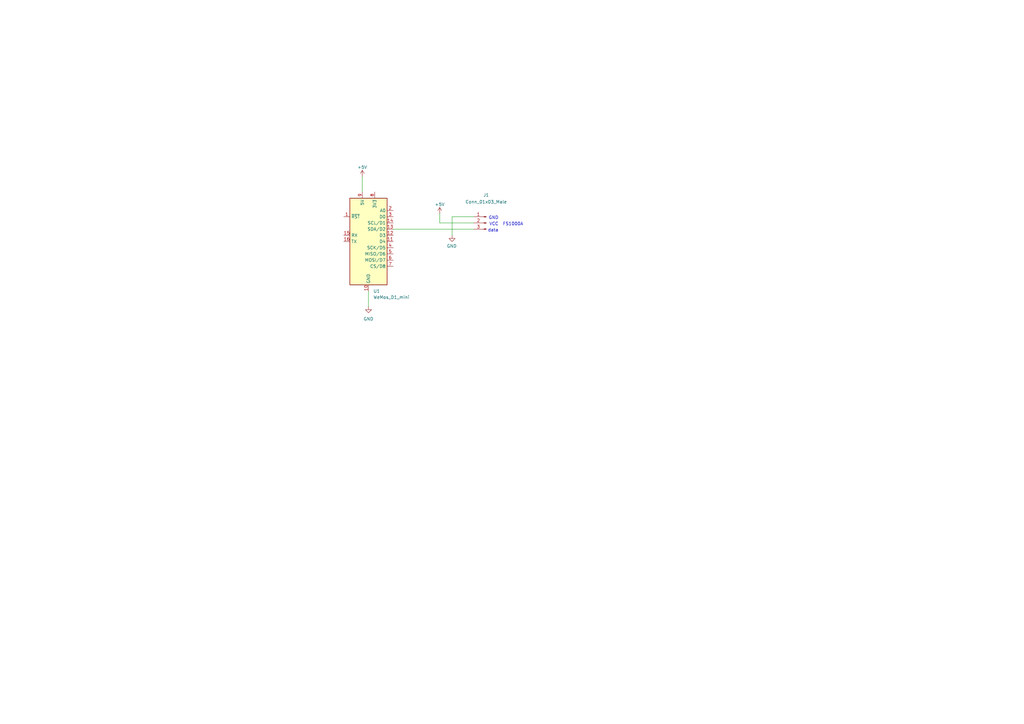
<source format=kicad_sch>
(kicad_sch (version 20231120) (generator "eeschema") (generator_version "8.0")
  (paper "A3")
  (lib_symbols
    (symbol "Connector:Conn_01x03_Male" (pin_names (offset 1.016) hide)
      (property "Reference" "J" (at 0 5.08 0))
      (property "Value" "Conn_01x03_Male" (at 0 -5.08 0))
      (symbol "Conn_01x03_Male_1_1"
        (polyline (pts (xy 1.27 -2.54) (xy 0.8636 -2.54)) (stroke (width 0.1524)))
        (polyline (pts (xy 1.27 0) (xy 0.8636 0)) (stroke (width 0.1524)))
        (polyline (pts (xy 1.27 2.54) (xy 0.8636 2.54)) (stroke (width 0.1524)))
        (rectangle (start 0.8636 -2.413) (end 0 -2.667) (stroke (width 0.1524)) (fill (type outline)))
        (rectangle (start 0.8636 0.127) (end 0 -0.127) (stroke (width 0.1524)) (fill (type outline)))
        (rectangle (start 0.8636 2.667) (end 0 2.413) (stroke (width 0.1524)) (fill (type outline)))
        (pin passive line (at 5.08 2.54 180) (length 3.81) (name "Pin_1") (number "1"))
        (pin passive line (at 5.08 0 180) (length 3.81) (name "Pin_2") (number "2"))
        (pin passive line (at 5.08 -2.54 180) (length 3.81) (name "Pin_3") (number "3"))
      )
    )
    (symbol "MCU_Module:WeMos_D1_mini"
      (property "Reference" "U" (at 3.81 19.05 0))
      (property "Value" "WeMos_D1_mini" (at 1.27 -19.05 0))
      (symbol "WeMos_D1_mini_1_1"
        (rectangle (start -7.62 17.78) (end 7.62 -17.78) (stroke (width 0.254)) (fill (type background)))
        (pin input line (at -10.16 10.16 0) (length 2.54) (name "~{RST}") (number "1"))
        (pin power_in line (at 0 -20.32 90) (length 2.54) (name "GND") (number "10"))
        (pin bidirectional line (at 10.16 0 180) (length 2.54) (name "D4") (number "11"))
        (pin bidirectional line (at 10.16 2.54 180) (length 2.54) (name "D3") (number "12"))
        (pin bidirectional line (at 10.16 5.08 180) (length 2.54) (name "SDA/D2") (number "13"))
        (pin bidirectional line (at 10.16 7.62 180) (length 2.54) (name "SCL/D1") (number "14"))
        (pin input line (at -10.16 2.54 0) (length 2.54) (name "RX") (number "15"))
        (pin output line (at -10.16 0 0) (length 2.54) (name "TX") (number "16"))
        (pin input line (at 10.16 12.7 180) (length 2.54) (name "A0") (number "2"))
        (pin bidirectional line (at 10.16 10.16 180) (length 2.54) (name "D0") (number "3"))
        (pin bidirectional line (at 10.16 -2.54 180) (length 2.54) (name "SCK/D5") (number "4"))
        (pin bidirectional line (at 10.16 -5.08 180) (length 2.54) (name "MISO/D6") (number "5"))
        (pin bidirectional line (at 10.16 -7.62 180) (length 2.54) (name "MOSI/D7") (number "6"))
        (pin bidirectional line (at 10.16 -10.16 180) (length 2.54) (name "CS/D8") (number "7"))
        (pin power_out line (at 2.54 20.32 270) (length 2.54) (name "3V3") (number "8"))
        (pin power_in line (at -2.54 20.32 270) (length 2.54) (name "5V") (number "9"))
      )
    )
    (symbol "power:+5V" (power) (pin_names (offset 0))
      (property "Value" "+5V" (at 0 3.556 0))
      (symbol "+5V_0_1"
        (polyline (pts (xy -0.762 1.27) (xy 0 2.54)))
        (polyline (pts (xy 0 0) (xy 0 2.54)))
        (polyline (pts (xy 0 2.54) (xy 0.762 1.27)))
      )
      (symbol "+5V_1_1"
        (pin power_in line (at 0 0 90) (length 0) hide (name "+5V") (number "1"))
      )
    )
    (symbol "power:GND" (power) (pin_names (offset 0))
      (property "Value" "GND" (at 0 -3.81 0))
      (symbol "GND_0_1"
        (polyline (pts (xy 0 0) (xy 0 -1.27) (xy 1.27 -1.27) (xy 0 -2.54) (xy -1.27 -1.27) (xy 0 -1.27)))
      )
      (symbol "GND_1_1"
        (pin power_in line (at 0 0 270) (length 0) hide (name "GND") (number "1"))
      )
    )
  )
  (wire (pts (xy 180.34 87.63) (xy 180.34 91.44)))
  (wire (pts (xy 161.29 93.98) (xy 194.31 93.98)))
  (wire (pts (xy 151.13 119.38) (xy 151.13 125.73)))
  (wire (pts (xy 185.42 88.9) (xy 185.42 96.52)))
  (wire (pts (xy 148.59 72.39) (xy 148.59 78.74)))
  (wire (pts (xy 194.31 91.44) (xy 180.34 91.44)))
  (wire (pts (xy 194.31 88.9) (xy 185.42 88.9)))
  (text "GND" (at 204.47 90.17 0) (effects (font (size 1.27 1.27)) (justify right bottom)))
  (text "VCC" (at 204.47 92.71 0) (effects (font (size 1.27 1.27)) (justify right bottom)))
  (text "data" (at 204.47 95.25 0) (effects (font (size 1.27 1.27)) (justify right bottom)))
  (text "FS1000A" (at 214.63 92.71 0) (effects (font (size 1.27 1.27)) (justify right bottom)))
  (symbol (lib_id "Connector:Conn_01x03_Male") (at 199.39 91.44 0) (mirror y) (unit 1)
    (property "Reference" "J1" (at 199.39 80.01 0))
    (property "Value" "Conn_01x03_Male" (at 199.39 82.7851 0))
    (property "Footprint" "Connector_PinHeader_2.54mm:PinHeader_1x03_P2.54mm_Vertical" (effects (hide yes)))
  )
  (symbol (lib_id "power:+5V") (at 148.59 72.39 0) (unit 1)
    (property "Reference" "#PWR010" (effects (hide yes)))
    (property "Value" "+5V" (at 148.59 68.58 0))
  )
  (symbol (lib_id "MCU_Module:WeMos_D1_mini") (at 151.13 99.06 0) (unit 1)
    (property "Reference" "U1" (at 153.0859 119.38 0) (effects (justify left)))
    (property "Value" "WeMos_D1_mini" (at 153.0859 121.92 0) (effects (justify left)))
    (property "Footprint" "Module:WEMOS_D1_mini_light" (effects (hide yes)))
    (property "Datasheet" "https://wiki.wemos.cc/products:d1:d1_mini#documentation" (effects (hide yes)))
  )
  (symbol (lib_id "power:+5V") (at 180.34 87.63 0) (mirror y) (unit 1)
    (property "Reference" "#PWR02" (effects (hide yes)))
    (property "Value" "+5V" (at 180.34 83.82 0))
  )
  (symbol (lib_id "power:GND") (at 185.42 96.52 0) (mirror y) (unit 1)
    (property "Reference" "#PWR01" (effects (hide yes)))
    (property "Value" "GND" (at 185.293 100.9142 0))
  )
  (symbol (lib_id "power:GND") (at 151.13 125.73 0) (unit 1)
    (property "Reference" "#PWR011" (effects (hide yes)))
    (property "Value" "GND" (at 151.13 130.81 0))
  )
)
</source>
